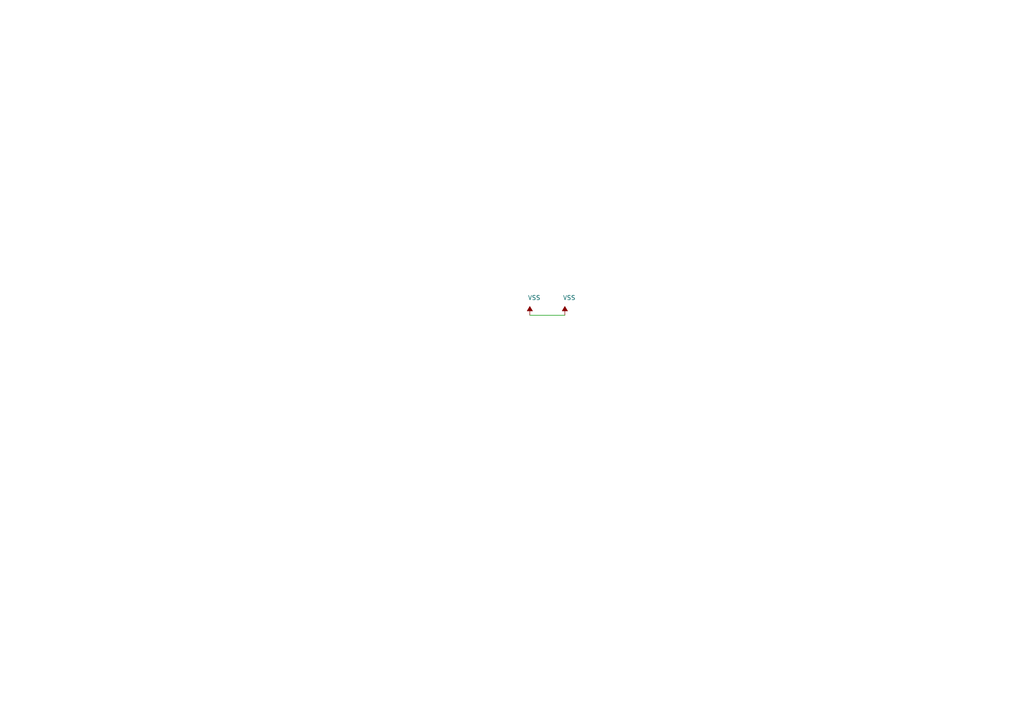
<source format=kicad_sch>
(kicad_sch (version 20210126) (generator eeschema)
  (paper "A4")
  (lib_symbols
    (symbol "power:VSS" (power) (pin_names (offset 0))
      (property "Value" "VSS" (at 0 3.81 0))
      (symbol "VSS_0_1"
        (polyline (pts (xy 0 0) (xy 0 2.54)))
        (polyline (pts (xy 0.762 1.27) (xy -0.762 1.27) (xy 0 2.54) (xy 0.762 1.27)) (fill (type outline)))
      )
      (symbol "VSS_1_1"
        (pin power_in line (at 0 0 90) (length 0) hide (name "VSS") (number "1"))
      )
    )
  )
  (wire (pts (xy 153.67 91.44) (xy 163.83 91.44)))
  (symbol (lib_id "power:VSS") (at 153.67 91.44 0) (unit 1)
    (property "Reference" "#PWR0101" (effects hide))
    (property "Value" "VSS" (at 154.94 86.36 0))
  )
  (symbol (lib_id "power:VSS") (at 163.83 91.44 0) (unit 1)
    (property "Reference" "#PWR0102" (effects hide))
    (property "Value" "VSS" (at 165.1 86.36 0))
  )
)
</source>
